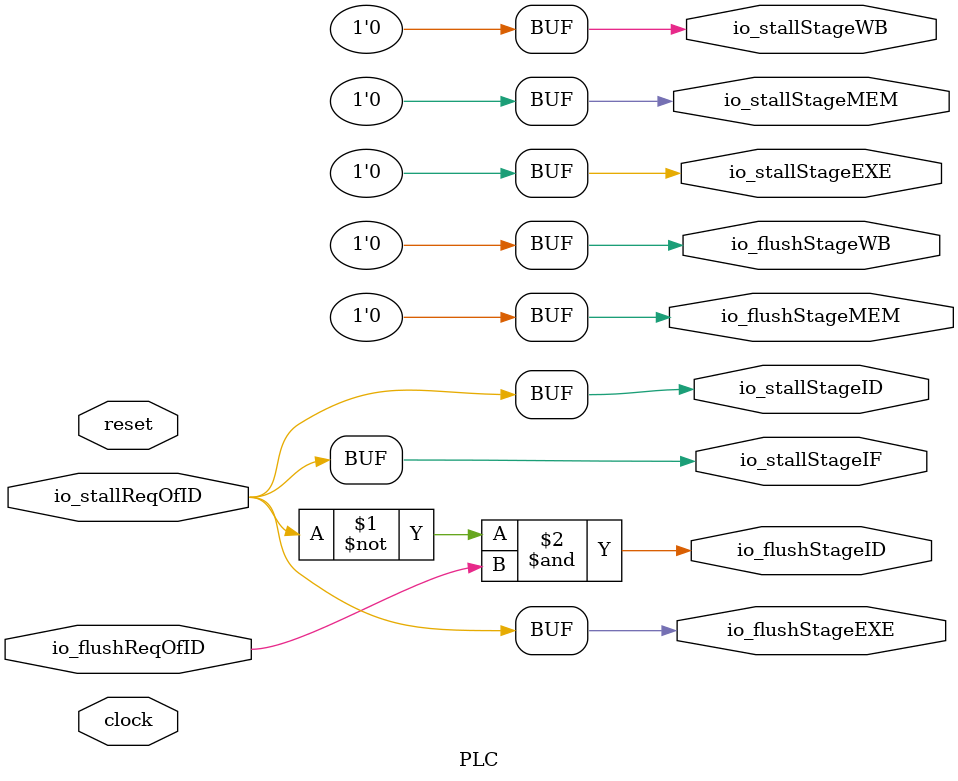
<source format=v>
module PLC(
  input   clock,
  input   reset,
  input   io_stallReqOfID,
  input   io_flushReqOfID,
  output  io_stallStageIF,
  output  io_stallStageID,
  output  io_flushStageID,
  output  io_stallStageEXE,
  output  io_flushStageEXE,
  output  io_stallStageMEM,
  output  io_flushStageMEM,
  output  io_stallStageWB,
  output  io_flushStageWB
);
  assign io_stallStageIF = io_stallReqOfID; // @[PLC.scala 19:21]
  assign io_stallStageID = io_stallReqOfID; // @[PLC.scala 20:21]
  assign io_flushStageID = ~io_stallReqOfID & io_flushReqOfID; // @[PLC.scala 21:41]
  assign io_stallStageEXE = 1'h0; // @[PLC.scala 22:22]
  assign io_flushStageEXE = io_stallReqOfID; // @[PLC.scala 23:22]
  assign io_stallStageMEM = 1'h0; // @[PLC.scala 24:22]
  assign io_flushStageMEM = 1'h0; // @[PLC.scala 25:22]
  assign io_stallStageWB = 1'h0; // @[PLC.scala 26:21]
  assign io_flushStageWB = 1'h0; // @[PLC.scala 27:21]
endmodule

</source>
